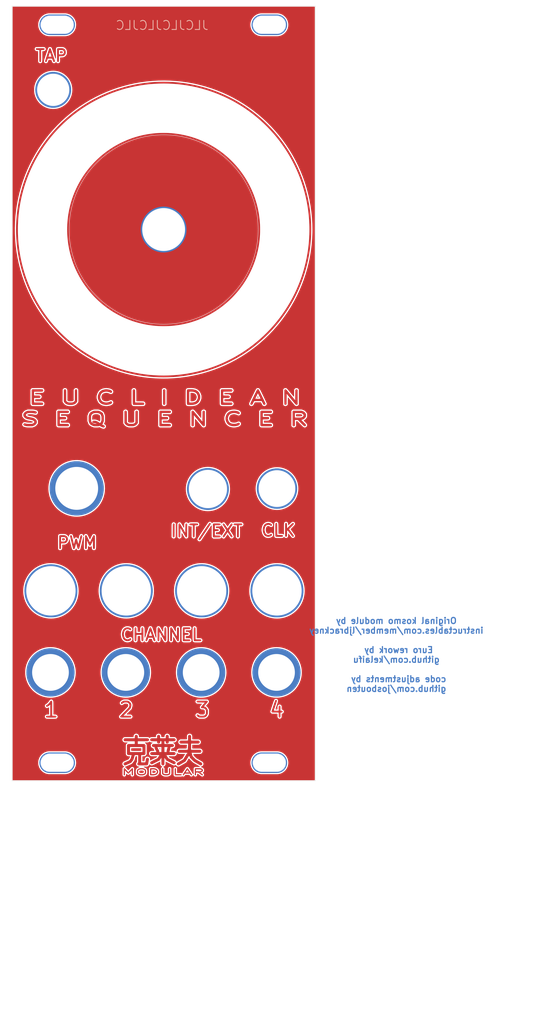
<source format=kicad_pcb>
(kicad_pcb (version 20211014) (generator pcbnew)
  (layers (0 "F.Cu" signal) (31 "B.Cu" signal) (34 "B.Paste" user) (35 "F.Paste" user) (36 "B.SilkS" user "B.Silkscreen") (37 "F.SilkS" user "F.Silkscreen") (38 "B.Mask" user) (39 "F.Mask" user) (44 "Edge.Cuts" user))
  (net 0 "")
  (net 1 "GND")
  (footprint "" (layer "F.Cu") (at 44.02 80.03)
    (fp_text reference "")
    (fp_text value "")
  )
  (footprint "" (layer "F.Cu") (at 31.498901 96.99)
    (fp_text reference "")
    (fp_text value "")
  )
  (footprint "_kicad_footprints:nano title" (layer "F.Cu") (at 25.35 66.72)
    (fp_text reference "G***" hide)
    (fp_text value "LOGO" hide)
  )
  (footprint "" (layer "F.Cu") (at 44.017803 96.99)
    (fp_text reference "")
    (fp_text value "")
  )
  (footprint "" (layer "F.Cu") (at 10.742146 79.9925)
    (fp_text reference "")
    (fp_text value "")
  )
  (footprint "" (layer "F.Cu") (at 6.386099 110.52)
    (fp_text reference "")
    (fp_text value "")
  )
  (footprint "" (layer "F.Cu") (at 42.75 125.5)
    (fp_text reference "")
    (fp_text value "")
  )
  (footprint "" (layer "F.Cu") (at 43.942803 110.52)
    (fp_text reference "")
    (fp_text value "")
  )
  (footprint "" (layer "F.Cu") (at 6.461099 96.99)
    (fp_text reference "")
    (fp_text value "")
  )
  (footprint "" (layer "F.Cu") (at 7.5 3.1)
    (fp_text reference "")
    (fp_text value "")
  )
  (footprint "_kicad_footprints:KLF logo" (layer "F.Cu") (at 25.227684 124.280114)
    (fp_text reference "G***" hide)
    (fp_text value "LOGO" hide)
  )
  (footprint "_kicad_footprints:nano euclid copper" (layer "F.Cu") (at 25.21 64.2)
    (fp_text reference "G***" hide)
    (fp_text value "LOGO" hide)
  )
  (footprint "" (layer "F.Cu") (at 6.841725 13.891336)
    (fp_text reference "")
    (fp_text value "")
  )
  (footprint "" (layer "F.Cu") (at 32.547214 80.1)
    (fp_text reference "")
    (fp_text value "")
  )
  (footprint "" (layer "F.Cu") (at 18.98 96.99)
    (fp_text reference "")
    (fp_text value "")
  )
  (footprint "" (layer "F.Cu") (at 7.5 125.5)
    (fp_text reference "")
    (fp_text value "")
  )
  (footprint "" (layer "F.Cu") (at 18.905 110.52)
    (fp_text reference "")
    (fp_text value "")
  )
  (footprint "" (layer "F.Cu") (at 31.423901 110.52)
    (fp_text reference "")
    (fp_text value "")
  )
  (footprint "" (layer "F.Cu") (at 42.75 3.1)
    (fp_text reference "")
    (fp_text value "")
  )
  (footprint "" (layer "F.Cu") (at 25.188885 37.062408)
    (fp_text reference "")
    (fp_text value "")
  )
  (gr_circle (center 25.188885 37.062408) (end 49.54 38.02) (layer "F.Cu") (width 0.3) (fill none))
  (gr_circle (center 25.188885 37.062408) (end 41.07 37.07) (layer "F.Cu") (width 0.3) (fill none))
  (gr_circle (center 25.188885 37.062408) (end 40.75 37.74) (layer "F.Cu") (width 0.2) (fill solid))
  (gr_line (start 0 0) (end 50.4 0) (layer "Edge.Cuts") (width 0.05))
  (gr_line (start 50.4 0) (end 50.4 128.5) (layer "Edge.Cuts") (width 0.05))
  (gr_line (start 0 128.5) (end 0 0) (layer "Edge.Cuts") (width 0.05))
  (gr_line (start 50.4 128.5) (end 0 128.5) (layer "Edge.Cuts") (width 0.05))
  (gr_text "Original kosmo module by\ninstructables.com/member/ljbrackney\n\nEuro rework by \ngithub.com/kelaifu\n\ncode adjustments by \ngithub.com/josbouten\n" (at 63.85 107.59) (layer "B.Cu") (effects (font (size 1 1) (thickness 0.2)) (justify mirror)))
  (gr_text "JLCJLCJLCJLC" (at 24.93 3.19) (layer "B.SilkS") (effects (font (size 1.5 1.5)) (justify mirror)))
  (zone (net 0) (net_name "") (layer "F.Cu") (connect_pads (clearance 0)) (min_thickness 0.254)
    (keepout (tracks not_allowed) (vias not_allowed) (pads not_allowed) (copperpour not_allowed) (footprints allowed))
    (fill (thermal_gap 0.508) (thermal_bridge_width 0.508))
    (polygon (pts (xy 49.316138 37.097482) (xy 49.296712 36.12977) (xy 49.238466 35.163617) (xy 49.141493 34.20058) (xy 49.00595 33.242211) (xy 48.832055 32.290053) (xy 48.620089 31.345641) (xy 48.370392 30.410496) (xy 48.083367 29.486126) (xy 47.759477 28.574019) (xy 47.399244 27.675645) (xy 47.003247 26.792451) (xy 46.572125 25.925862) (xy 46.106572 25.077272) (xy 45.60734 24.248049) (xy 45.075231 23.439529) (xy 44.511103 22.653015) (xy 43.915866 21.889774) (xy 43.290478 21.151036) (xy 42.635947 20.437991) (xy 41.953328 19.751788) (xy 41.24372 19.093533) (xy 40.508266 18.464285) (xy 39.748153 17.86506) (xy 38.964603 17.296822) (xy 38.158881 16.760487) (xy 37.332283 16.256919) (xy 36.486142 15.78693) (xy 35.621822 15.351277) (xy 34.740714 14.950661) (xy 33.844239 14.585729) (xy 32.93384 14.257067) (xy 32.010985 13.965206) (xy 31.077161 13.710617) (xy 30.133871 13.493708) (xy 29.182637 13.31483) (xy 28.22499 13.174271) (xy 27.262474 13.072257) (xy 26.29664 13.008953) (xy 25.329043 12.984461) (xy 24.361242 12.998819) (xy 23.394798 13.052006) (xy 22.431266 13.143935) (xy 21.4722 13.274458) (xy 20.519145 13.443365) (xy 19.573636 13.650384) (xy 18.637197 13.895181) (xy 17.711336 14.177362) (xy 16.797546 14.496471) (xy 15.897298 14.851996) (xy 15.012043 15.243363) (xy 14.143208 15.669942) (xy 13.292192 16.131045) (xy 12.460366 16.625929) (xy 11.649072 17.153797) (xy 10.859615 17.713799) (xy 10.093268 18.305031) (xy 9.351265 18.926543) (xy 8.634803 19.577331) (xy 7.945035 20.256348) (xy 7.283073 20.9625) (xy 6.649984 21.694649) (xy 6.046787 22.451615) (xy 5.474454 23.232178) (xy 4.933908 24.035081) (xy 4.426019 24.859031) (xy 3.951606 25.702699) (xy 3.511433 26.564727) (xy 3.106209 27.443725) (xy 2.736587 28.338277) (xy 2.403164 29.246942) (xy 2.106475 30.168257) (xy 1.846999 31.100735) (xy 1.625155 32.042876) (xy 1.441298 32.99316) (xy 1.295727 33.950058) (xy 1.188675 34.912027) (xy 1.120315 35.877517) (xy 1.090756 36.844972) (xy 1.100047 37.812835) (xy 1.148173 38.779544) (xy 1.235056 39.743544) (xy 1.360555 40.70328) (xy 1.52447 41.657207) (xy 1.726535 42.603787) (xy 1.966426 43.541495) (xy 2.243755 44.46882) (xy 2.558076 45.384269) (xy 2.908882 46.286366) (xy 3.295609 47.173658) (xy 3.717632 48.044715) (xy 4.174273 48.898133) (xy 4.664795 49.732539) (xy 5.188408 50.546586) (xy 5.744268 51.338964) (xy 6.33148 52.108397) (xy 6.949098 52.853643) (xy 7.596126 53.573503) (xy 8.271522 54.266817) (xy 8.974198 54.932467) (xy 9.703022 55.569381) (xy 10.456819 56.176534) (xy 11.234375 56.752945) (xy 12.034437 57.297688) (xy 12.855716 57.809884) (xy 13.696889 58.288708) (xy 14.5566 58.733389) (xy 15.433464 59.143209) (xy 16.326069 59.51751) (xy 17.232976 59.855687) (xy 18.152724 60.157195) (xy 19.083831 60.42155) (xy 20.024797 60.648324) (xy 20.974106 60.837154) (xy 21.930229 60.987733) (xy 22.891624 61.099821) (xy 23.856742 61.173236) (xy 24.82403 61.207859) (xy 25.791928 61.203636) (xy 26.758876 61.160573) (xy 27.723318 61.078739) (xy 28.683698 60.958266) (xy 29.63847 60.799348) (xy 30.586095 60.602242) (xy 31.525046 60.367264) (xy 32.453811 60.094795) (xy 33.370893 59.785271) (xy 34.274814 59.439193) (xy 35.164119 59.057118) (xy 36.037373 58.639661) (xy 36.893171 58.187495) (xy 37.730133 57.701349) (xy 38.546911 57.182005) (xy 39.342189 56.630301) (xy 40.114685 56.047126) (xy 40.863155 55.433419) (xy 41.586393 54.790168) (xy 42.283234 54.118412) (xy 42.952554 53.419231) (xy 43.593276 52.693752) (xy 44.204367 51.943144) (xy 44.784842 51.168617) (xy 45.333766 50.371418) (xy 45.850256 49.552832) (xy 46.333477 48.714178) (xy 46.782653 47.856807) (xy 47.197059 46.9821) (xy 47.576028 46.091468) (xy 47.918949 45.186344) (xy 48.225269 44.268187) (xy 48.494495 43.338477) (xy 48.726194 42.398711) (xy 48.919991 41.450404) (xy 49.075575 40.495083) (xy 49.192695 39.534288) (xy 49.271162 38.569567) (xy 49.31085 37.602474)))
  )
  (zone (net 0) (net_name "") (layer "F.Cu") (connect_pads (clearance 0.1)) (min_thickness 0.1) (fill yes (thermal_gap 0.508) (thermal_bridge_width 0.508))
    (polygon (pts (xy 51.89 130.32) (xy -2 130.32) (xy -2 -1.01) (xy 51.89 -1.01)))
  )
)
</source>
